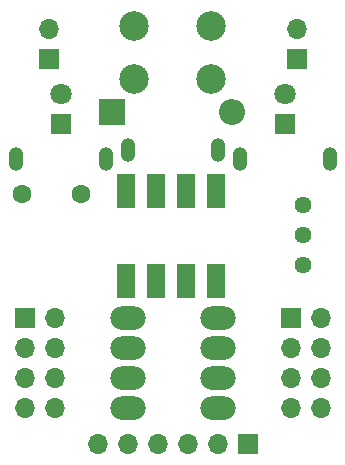
<source format=gbr>
%TF.GenerationSoftware,KiCad,Pcbnew,8.0.5*%
%TF.CreationDate,2025-02-27T19:04:08-06:00*%
%TF.ProjectId,PIC16F15313tht,50494331-3646-4313-9533-31337468742e,rev?*%
%TF.SameCoordinates,Original*%
%TF.FileFunction,Soldermask,Top*%
%TF.FilePolarity,Negative*%
%FSLAX46Y46*%
G04 Gerber Fmt 4.6, Leading zero omitted, Abs format (unit mm)*
G04 Created by KiCad (PCBNEW 8.0.5) date 2025-02-27 19:04:08*
%MOMM*%
%LPD*%
G01*
G04 APERTURE LIST*
%ADD10R,1.700000X1.700000*%
%ADD11O,1.700000X1.700000*%
%ADD12C,1.440000*%
%ADD13C,2.500000*%
%ADD14R,1.800000X1.800000*%
%ADD15C,1.800000*%
%ADD16O,1.250000X2.000000*%
%ADD17R,2.200000X2.200000*%
%ADD18O,2.200000X2.200000*%
%ADD19R,1.500000X3.000000*%
%ADD20C,1.600000*%
%ADD21O,3.000000X2.000000*%
G04 APERTURE END LIST*
D10*
%TO.C,J7*%
X87460000Y-97000000D03*
D11*
X90000000Y-97000000D03*
X87460000Y-99540000D03*
X90000000Y-99540000D03*
X87460000Y-102080000D03*
X90000000Y-102080000D03*
X87460000Y-104620000D03*
X90000000Y-104620000D03*
%TD*%
D12*
%TO.C,RV1*%
X111000000Y-87420000D03*
X111000000Y-89960000D03*
X111000000Y-92500000D03*
%TD*%
D10*
%TO.C,J6*%
X110000000Y-97000000D03*
D11*
X112540000Y-97000000D03*
X110000000Y-99540000D03*
X112540000Y-99540000D03*
X110000000Y-102080000D03*
X112540000Y-102080000D03*
X110000000Y-104620000D03*
X112540000Y-104620000D03*
%TD*%
D10*
%TO.C,J2*%
X110500000Y-75040000D03*
D11*
X110500000Y-72500000D03*
%TD*%
D10*
%TO.C,J5*%
X106350000Y-107625000D03*
D11*
X103810000Y-107625000D03*
X101270000Y-107625000D03*
X98730000Y-107625000D03*
X96190000Y-107625000D03*
X93650000Y-107625000D03*
%TD*%
D13*
%TO.C,SW1*%
X96750000Y-72250000D03*
X103250000Y-72250000D03*
X96750000Y-76750000D03*
X103250000Y-76750000D03*
%TD*%
D14*
%TO.C,D2*%
X109500000Y-80540000D03*
D15*
X109500000Y-78000000D03*
%TD*%
D14*
%TO.C,D3*%
X90500000Y-80540000D03*
D15*
X90500000Y-78000000D03*
%TD*%
D16*
%TO.C,R2*%
X96190000Y-82750000D03*
X103810000Y-82750000D03*
%TD*%
%TO.C,R3*%
X94310000Y-83500000D03*
X86690000Y-83500000D03*
%TD*%
D17*
%TO.C,D1*%
X94840000Y-79500000D03*
D18*
X105000000Y-79500000D03*
%TD*%
D19*
%TO.C,SW2*%
X96000000Y-93810000D03*
X98540000Y-93810000D03*
X101080000Y-93810000D03*
X103620000Y-93810000D03*
X103620000Y-86190000D03*
X101080000Y-86190000D03*
X98540000Y-86190000D03*
X96000000Y-86190000D03*
%TD*%
D20*
%TO.C,C1*%
X92250000Y-86500000D03*
X87250000Y-86500000D03*
%TD*%
D10*
%TO.C,J1*%
X89500000Y-75040000D03*
D11*
X89500000Y-72500000D03*
%TD*%
D16*
%TO.C,R1*%
X105690000Y-83500000D03*
X113310000Y-83500000D03*
%TD*%
D21*
%TO.C,U1*%
X96190000Y-97000000D03*
X96190000Y-99540000D03*
X96190000Y-102080000D03*
X96190000Y-104620000D03*
X103810000Y-104620000D03*
X103810000Y-102080000D03*
X103810000Y-99540000D03*
X103810000Y-97000000D03*
%TD*%
M02*

</source>
